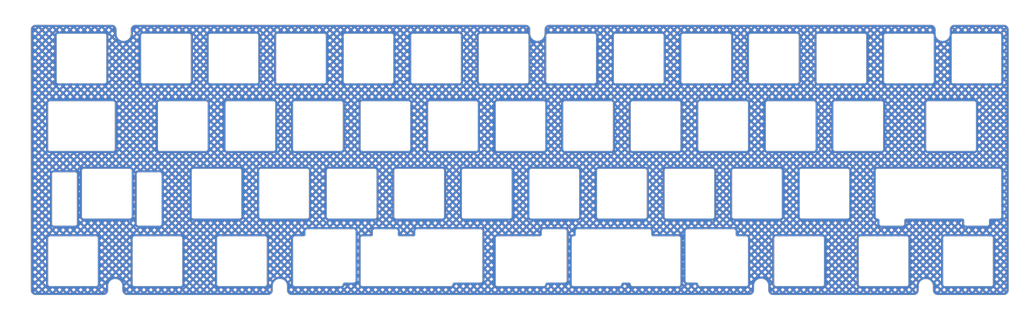
<source format=kicad_pcb>
(kicad_pcb (version 20240108) (generator "pcbnew") (generator_version "8.0")
  (layers (0 "F.Cu" signal) (31 "B.Cu" signal) (34 "B.Paste" user) (35 "F.Paste" user) (36 "B.SilkS" user "B.Silkscreen") (37 "F.SilkS" user "F.Silkscreen") (38 "B.Mask" user) (39 "F.Mask" user) (44 "Edge.Cuts" user))
  (net 0 "")
  (gr_line (start 132.805 114.318) (end 145.805 114.318) (stroke (width 0.1)) (layer "Edge.Cuts"))
  (gr_line (start 108.205 114.818) (end 108.205 127.818) (stroke (width 0.1)) (layer "Edge.Cuts"))
  (gr_line (start 318.0425 108.766) (end 318.0425 95.766) (stroke (width 0.1)) (layer "Edge.Cuts"))
  (gr_line (start 58.3425 94.04) (end 58.3425 167.648) (stroke (width 0.1)) (layer "Edge.Cuts"))
  (gr_arc (start 160.0925 95.266) (mid 160.446053 95.412447) (end 160.5925 95.766) (stroke (width 0.1)) (layer "Edge.Cuts"))
  (gr_line (start 79.63 95.766) (end 79.63 108.766) (stroke (width 0.1)) (layer "Edge.Cuts"))
  (gr_line (start 279.155 128.318) (end 266.155 128.318) (stroke (width 0.1)) (layer "Edge.Cuts"))
  (gr_line (start 202.94825 150.422) (end 208.94825 150.422) (stroke (width 0.1)) (layer "Edge.Cuts"))
  (gr_arc (start 260.605 127.818) (mid 260.458553 128.171553) (end 260.105 128.318) (stroke (width 0.1)) (layer "Edge.Cuts"))
  (gr_arc (start 198.98 133.87) (mid 199.126447 133.516447) (end 199.48 133.37) (stroke (width 0.1)) (layer "Edge.Cuts"))
  (gr_arc (start 89.4425 95.766) (mid 89.588947 95.412447) (end 89.9425 95.266) (stroke (width 0.1)) (layer "Edge.Cuts"))
  (gr_arc (start 279.9425 95.766) (mid 280.088947 95.412447) (end 280.4425 95.266) (stroke (width 0.1)) (layer "Edge.Cuts"))
  (gr_arc (start 189.955 166.422) (mid 189.601447 166.275553) (end 189.455 165.922) (stroke (width 0.1)) (layer "Edge.Cuts"))
  (gr_line (start 314.055 168.948) (end 332.8235 168.948) (stroke (width 0.1)) (layer "Edge.Cuts"))
  (gr_arc (start 170.405 114.818) (mid 170.551447 114.464447) (end 170.905 114.318) (stroke (width 0.1)) (layer "Edge.Cuts"))
  (gr_line (start 202.955 166.422) (end 189.955 166.422) (stroke (width 0.1)) (layer "Edge.Cuts"))
  (gr_arc (start 203.7425 95.766) (mid 203.888947 95.412447) (end 204.2425 95.266) (stroke (width 0.1)) (layer "Edge.Cuts"))
  (gr_line (start 71.33575 134.87) (end 71.33575 148.87) (stroke (width 0.1)) (layer "Edge.Cuts"))
  (gr_line (start 145.805 166.422) (end 132.805 166.422) (stroke (width 0.1)) (layer "Edge.Cuts"))
  (gr_arc (start 151.855 166.422) (mid 151.501447 166.275553) (end 151.355 165.922) (stroke (width 0.1)) (layer "Edge.Cuts"))
  (gr_arc (start 86.526855 94.04) (mid 86.907613 93.120745) (end 87.826855 92.74) (stroke (width 0.1)) (layer "Edge.Cuts"))
  (gr_line (start 88.21175 148.87) (end 88.21175 134.87) (stroke (width 0.1)) (layer "Edge.Cuts"))
  (gr_line (start 209.44825 150.922) (end 209.44825 164.922) (stroke (width 0.1)) (layer "Edge.Cuts"))
  (gr_line (start 210.88625 152.922) (end 210.88625 165.922) (stroke (width 0.1)) (layer "Edge.Cuts"))
  (gr_arc (start 185.19925 150.422) (mid 185.552771 150.568464) (end 185.69925 150.922) (stroke (width 0.1)) (layer "Edge.Cuts"))
  (gr_line (start 160.5925 95.766) (end 160.5925 108.766) (stroke (width 0.1)) (layer "Edge.Cuts"))
  (gr_arc (start 305.84875 165.922) (mid 305.702306 166.275571) (end 305.34875 166.422) (stroke (width 0.1)) (layer "Edge.Cuts"))
  (gr_line (start 193.93 133.87) (end 193.93 146.87) (stroke (width 0.1)) (layer "Edge.Cuts"))
  (gr_line (start 85.455 168.948) (end 125.290492 168.948) (stroke (width 0.1)) (layer "Edge.Cuts"))
  (gr_line (start 82.526855 95.288161) (end 82.526855 94.04) (stroke (width 0.1)) (layer "Edge.Cuts"))
  (gr_arc (start 218.03 133.87) (mid 218.176447 133.516447) (end 218.53 133.37) (stroke (width 0.1)) (layer "Edge.Cuts"))
  (gr_arc (start 87.06125 152.922) (mid 87.207694 152.568429) (end 87.56125 152.422) (stroke (width 0.1)) (layer "Edge.Cuts"))
  (gr_line (start 203.455 114.818) (end 203.455 127.818) (stroke (width 0.1)) (layer "Edge.Cuts"))
  (gr_arc (start 285.205 128.318) (mid 284.851447 128.171553) (end 284.705 127.818) (stroke (width 0.1)) (layer "Edge.Cuts"))
  (gr_line (start 155.83 133.87) (end 155.83 146.87) (stroke (width 0.1)) (layer "Edge.Cuts"))
  (gr_arc (start 87.56125 166.422) (mid 87.207729 166.275536) (end 87.06125 165.922) (stroke (width 0.1)) (layer "Edge.Cuts"))
  (gr_line (start 312.2175 92.74) (end 204.5175 92.74) (stroke (width 0.1)) (layer "Edge.Cuts"))
  (gr_line (start 262.32125 167.648) (end 262.32125 166.346163) (stroke (width 0.1)) (layer "Edge.Cuts"))
  (gr_arc (start 59.6425 168.948) (mid 58.723261 168.567239) (end 58.3425 167.648) (stroke (width 0.1)) (layer "Edge.Cuts"))
  (gr_arc (start 58.3425 94.04) (mid 58.723261 93.120761) (end 59.6425 92.74) (stroke (width 0.1)) (layer "Edge.Cuts"))
  (gr_line (start 260.605 165.922) (end 260.605 152.922) (stroke (width 0.1)) (layer "Edge.Cuts"))
  (gr_arc (start 260.105 152.422) (mid 260.458553 152.568447) (end 260.605 152.922) (stroke (width 0.1)) (layer "Edge.Cuts"))
  (gr_arc (start 189.955 128.318) (mid 189.601447 128.171553) (end 189.455 127.818) (stroke (width 0.1)) (layer "Edge.Cuts"))
  (gr_arc (start 146.5925 95.766) (mid 146.738947 95.412447) (end 147.0925 95.266) (stroke (width 0.1)) (layer "Edge.Cuts"))
  (gr_line (start 135.805 151.922) (end 135.805 150.922) (stroke (width 0.1)) (layer "Edge.Cuts"))
  (gr_arc (start 274.3925 95.266) (mid 274.746053 95.412447) (end 274.8925 95.766) (stroke (width 0.1)) (layer "Edge.Cuts"))
  (gr_line (start 124.87375 152.922) (end 124.87375 165.922) (stroke (width 0.1)) (layer "Edge.Cuts"))
  (gr_arc (start 292.34875 166.422) (mid 291.995229 166.275536) (end 291.84875 165.922) (stroke (width 0.1)) (layer "Edge.Cuts"))
  (gr_arc (start 154.82325 150.922) (mid 154.969694 150.568429) (end 155.32325 150.422) (stroke (width 0.1)) (layer "Edge.Cuts"))
  (gr_line (start 268.53625 152.422) (end 281.53625 152.422) (stroke (width 0.1)) (layer "Edge.Cuts"))
  (gr_arc (start 199.48 147.37) (mid 199.126447 147.223553) (end 198.98 146.87) (stroke (width 0.1)) (layer "Edge.Cuts"))
  (gr_line (start 242.3425 95.266) (end 255.3425 95.266) (stroke (width 0.1)) (layer "Edge.Cuts"))
  (gr_arc (start 265.655 114.818) (mid 265.801447 114.464447) (end 266.155 114.318) (stroke (width 0.1)) (layer "Edge.Cuts"))
  (gr_arc (start 103.4425 108.766) (mid 103.296053 109.119553) (end 102.9425 109.266) (stroke (width 0.1)) (layer "Edge.Cuts"))
  (gr_line (start 179.1425 109.266) (end 166.1425 109.266) (stroke (width 0.1)) (layer "Edge.Cuts"))
  (gr_arc (start 288.68 133.37) (mid 289.033553 133.516447) (end 289.18 133.87) (stroke (width 0.1)) (layer "Edge.Cuts"))
  (gr_arc (start 141.0425 95.266) (mid 141.396053 95.412447) (end 141.5425 95.766) (stroke (width 0.1)) (layer "Edge.Cuts"))
  (gr_arc (start 81.51125 114.318) (mid 81.864771 114.464464) (end 82.01125 114.818) (stroke (width 0.1)) (layer "Edge.Cuts"))
  (gr_arc (start 289.18 146.87) (mid 289.033553 147.223553) (end 288.68 147.37) (stroke (width 0.1)) (layer "Edge.Cuts"))
  (gr_arc (start 237.58 147.37) (mid 237.226447 147.223553) (end 237.08 146.87) (stroke (width 0.1)) (layer "Edge.Cuts"))
  (gr_line (start 261.3925 95.266) (end 274.3925 95.266) (stroke (width 0.1)) (layer "Edge.Cuts"))
  (gr_arc (start 135.805 150.922) (mid 135.951447 150.568447) (end 136.305 150.422) (stroke (width 0.1)) (layer "Edge.Cuts"))
  (gr_line (start 260.605 114.818) (end 260.605 127.818) (stroke (width 0.1)) (layer "Edge.Cuts"))
  (gr_arc (start 136.28 133.37) (mid 136.633553 133.516447) (end 136.78 133.87) (stroke (width 0.1)) (layer "Edge.Cuts"))
  (gr_line (start 334.1235 167.648) (end 334.1235 94.04) (stroke (width 0.1)) (layer "Edge.Cuts"))
  (gr_line (start 236.7925 95.766) (end 236.7925 108.766) (stroke (width 0.1)) (layer "Edge.Cuts"))
  (gr_arc (start 174.88 146.87) (mid 174.733553 147.223553) (end 174.38 147.37) (stroke (width 0.1)) (layer "Edge.Cuts"))
  (gr_arc (start 179.6425 108.766) (mid 179.496053 109.119553) (end 179.1425 109.266) (stroke (width 0.1)) (layer "Edge.Cuts"))
  (gr_line (start 126.59049 167.646154) (end 126.588752 166.422) (stroke (width 0.1)) (layer "Edge.Cuts"))
  (gr_arc (start 305.34875 152.422) (mid 305.702271 152.568464) (end 305.84875 152.922) (stroke (width 0.1)) (layer "Edge.Cuts"))
  (gr_arc (start 136.78 146.87) (mid 136.633553 147.223553) (end 136.28 147.37) (stroke (width 0.1)) (layer "Edge.Cuts"))
  (gr_line (start 87.56125 152.422) (end 100.56125 152.422) (stroke (width 0.1)) (layer "Edge.Cuts"))
  (gr_line (start 247.105 114.318) (end 260.105 114.318) (stroke (width 0.1)) (layer "Edge.Cuts"))
  (gr_line (start 124.37375 166.422) (end 111.37375 166.422) (stroke (width 0.1)) (layer "Edge.Cuts"))
  (gr_arc (start 183.905 114.318) (mid 184.258553 114.464447) (end 184.405 114.818) (stroke (width 0.1)) (layer "Edge.Cuts"))
  (gr_line (start 305.84875 152.922) (end 305.84875 165.922) (stroke (width 0.1)) (layer "Edge.Cuts"))
  (gr_arc (start 170.905 128.318) (mid 170.551447 128.171553) (end 170.405 127.818) (stroke (width 0.1)) (layer "Edge.Cuts"))
  (gr_arc (start 189.455 114.818) (mid 189.601447 114.464447) (end 189.955 114.318) (stroke (width 0.1)) (layer "Edge.Cuts"))
  (gr_arc (start 85.455 168.948) (mid 84.535761 168.567239) (end 84.155 167.648) (stroke (width 0.1)) (layer "Edge.Cuts"))
  (gr_arc (start 100.56125 152.422) (mid 100.914771 152.568464) (end 101.06125 152.922) (stroke (width 0.1)) (layer "Edge.Cuts"))
  (gr_arc (start 126.59049 167.646154) (mid 126.210382 168.566583) (end 125.290492 168.948) (stroke (width 0.1)) (layer "Edge.Cuts"))
  (gr_arc (start 117.73 146.87) (mid 117.583553 147.223553) (end 117.23 147.37) (stroke (width 0.1)) (layer "Edge.Cuts"))
  (gr_arc (start 203.2175 94.04) (mid 203.598261 93.120761) (end 204.5175 92.74) (stroke (width 0.1)) (layer "Edge.Cuts"))
  (gr_arc (start 80.155 167.648) (mid 79.774239 168.567239) (end 78.855 168.948) (stroke (width 0.1)) (layer "Edge.Cuts"))
  (gr_line (start 185.19925 165.422) (end 177.76125 165.422) (stroke (width 0.1)) (layer "Edge.Cuts"))
  (gr_line (start 117.23 147.37) (end 104.23 147.37) (stroke (width 0.1)) (layer "Edge.Cuts"))
  (gr_arc (start 316.16125 166.422) (mid 315.807729 166.275536) (end 315.66125 165.922) (stroke (width 0.1)) (layer "Edge.Cuts"))
  (gr_line (start 329.66125 152.922) (end 329.66125 165.922) (stroke (width 0.1)) (layer "Edge.Cuts"))
  (gr_arc (start 236.2925 95.266) (mid 236.646053 95.412447) (end 236.7925 95.766) (stroke (width 0.1)) (layer "Edge.Cuts"))
  (gr_arc (start 185.1925 109.266) (mid 184.838947 109.119553) (end 184.6925 108.766) (stroke (width 0.1)) (layer "Edge.Cuts"))
  (gr_line (start 228.055 114.318) (end 241.055 114.318) (stroke (width 0.1)) (layer "Edge.Cuts"))
  (gr_line (start 160.88 146.87) (end 160.88 133.87) (stroke (width 0.1)) (layer "Edge.Cuts"))
  (gr_line (start 189.455 165.922) (end 189.455 152.922) (stroke (width 0.1)) (layer "Edge.Cuts"))
  (gr_arc (start 94.71175 134.37) (mid 95.065271 134.516464) (end 95.21175 134.87) (stroke (width 0.1)) (layer "Edge.Cuts"))
  (gr_line (start 243.493 165.422) (end 246.105 165.422) (stroke (width 0.1)) (layer "Edge.Cuts"))
  (gr_arc (start 203.455 127.818) (mid 203.308553 128.171553) (end 202.955 128.318) (stroke (width 0.1)) (layer "Edge.Cuts"))
  (gr_line (start 317.5175 94.04) (end 317.5175 95.288161) (stroke (width 0.1)) (layer "Edge.Cuts"))
  (gr_arc (start 217.7425 108.766) (mid 217.596053 109.119553) (end 217.2425 109.266) (stroke (width 0.1)) (layer "Edge.Cuts"))
  (gr_arc (start 268.03625 152.922) (mid 268.182694 152.568429) (end 268.53625 152.422) (stroke (width 0.1)) (layer "Edge.Cuts"))
  (gr_arc (start 224.88625 165.922) (mid 225.032694 165.568429) (end 225.38625 165.422) (stroke (width 0.1)) (layer "Edge.Cuts"))
  (gr_arc (start 251.08 146.87) (mid 250.933553 147.223553) (end 250.58 147.37) (stroke (width 0.1)) (layer "Edge.Cuts"))
  (gr_line (start 274.3925 109.266) (end 261.3925 109.266) (stroke (width 0.1)) (layer "Edge.Cuts"))
  (gr_arc (start 255.8425 108.766) (mid 255.696053 109.119553) (end 255.3425 109.266) (stroke (width 0.1)) (layer "Edge.Cuts"))
  (gr_arc (start 275.18 133.87) (mid 275.326447 133.516447) (end 275.68 133.37) (stroke (width 0.1)) (layer "Edge.Cuts"))
  (gr_arc (start 185.69925 164.922) (mid 185.552806 165.275571) (end 185.19925 165.422) (stroke (width 0.1)) (layer "Edge.Cuts"))
  (gr_arc (start 146.305 165.922) (mid 146.451447 165.568447) (end 146.805 165.422) (stroke (width 0.1)) (layer "Edge.Cuts"))
  (gr_line (start 170.905 114.318) (end 183.905 114.318) (stroke (width 0.1)) (layer "Edge.Cuts"))
  (gr_arc (start 104.23 147.37) (mid 103.876447 147.223553) (end 103.73 146.87) (stroke (width 0.1)) (layer "Edge.Cuts"))
  (gr_arc (start 246.105 165.422) (mid 246.458553 165.568447) (end 246.605 165.922) (stroke (width 0.1)) (layer "Edge.Cuts"))
  (gr_arc (start 275.68 147.37) (mid 275.326447 147.223553) (end 275.18 146.87) (stroke (width 0.1)) (layer "Edge.Cuts"))
  (gr_line (start 255.3425 109.266) (end 242.3425 109.266) (stroke (width 0.1)) (layer "Edge.Cuts"))
  (gr_arc (start 332.8235 92.74) (mid 333.742739 93.120761) (end 334.1235 94.04) (stroke (width 0.1)) (layer "Edge.Cuts"))
  (gr_line (start 151.855 114.318) (end 164.855 114.318) (stroke (width 0.1)) (layer "Edge.Cuts"))
  (gr_line (start 102.9425 109.266) (end 89.9425 109.266) (stroke (width 0.1)) (layer "Edge.Cuts"))
  (gr_arc (start 193.93 146.87) (mid 193.783553 147.223553) (end 193.43 147.37) (stroke (width 0.1)) (layer "Edge.Cuts"))
  (gr_arc (start 298.19825 149.37) (mid 297.844729 149.223536) (end 297.69825 148.87) (stroke (width 0.1)) (layer "Edge.Cuts"))
  (gr_arc (start 177.26125 165.922) (mid 177.114806 166.275571) (end 176.76125 166.422) (stroke (width 0.1)) (layer "Edge.Cuts"))
  (gr_line (start 185.1925 95.266) (end 198.1925 95.266) (stroke (width 0.1)) (layer "Edge.Cuts"))
  (gr_arc (start 262.32125 166.346163) (mid 264.32125 164.346163) (end 266.32125 166.346163) (stroke (width 0.1)) (layer "Edge.Cuts"))
  (gr_arc (start 232.03 146.87) (mid 231.883553 147.223553) (end 231.53 147.37) (stroke (width 0.1)) (layer "Edge.Cuts"))
  (gr_arc (start 329.66125 165.922) (mid 329.514806 166.275571) (end 329.16125 166.422) (stroke (width 0.1)) (layer "Edge.Cuts"))
  (gr_line (start 151.855 152.422) (end 154.32325 152.422) (stroke (width 0.1)) (layer "Edge.Cuts"))
  (gr_arc (start 127.255 127.818) (mid 127.108553 128.171553) (end 126.755 128.318) (stroke (width 0.1)) (layer "Edge.Cuts"))
  (gr_arc (start 103.73 133.87) (mid 103.876447 133.516447) (end 104.23 133.37) (stroke (width 0.1)) (layer "Edge.Cuts"))
  (gr_arc (start 328.57425 148.87) (mid 328.427806 149.223571) (end 328.07425 149.37) (stroke (width 0.1)) (layer "Edge.Cuts"))
  (gr_line (start 64.33575 148.87) (end 64.33575 134.87) (stroke (width 0.1)) (layer "Edge.Cuts"))
  (gr_arc (start 102.9425 95.266) (mid 103.296053 95.412447) (end 103.4425 95.766) (stroke (width 0.1)) (layer "Edge.Cuts"))
  (gr_line (start 95.21175 134.87) (end 95.21175 148.87) (stroke (width 0.1)) (layer "Edge.Cuts"))
  (gr_line (start 136.78 133.87) (end 136.78 146.87) (stroke (width 0.1)) (layer "Edge.Cuts"))
  (gr_line (start 328.07425 149.37) (end 322.07425 149.37) (stroke (width 0.1)) (layer "Edge.Cuts"))
  (gr_line (start 63.74875 114.318) (end 81.51125 114.318) (stroke (width 0.1)) (layer "Edge.Cuts"))
  (gr_line (start 217.2425 109.266) (end 204.2425 109.266) (stroke (width 0.1)) (layer "Edge.Cuts"))
  (gr_arc (start 332.0425 108.766) (mid 331.896053 109.119553) (end 331.5425 109.266) (stroke (width 0.1)) (layer "Edge.Cuts"))
  (gr_arc (start 218.53 147.37) (mid 218.176447 147.223553) (end 218.03 146.87) (stroke (width 0.1)) (layer "Edge.Cuts"))
  (gr_arc (start 246.605 114.818) (mid 246.751447 114.464447) (end 247.105 114.318) (stroke (width 0.1)) (layer "Edge.Cuts"))
  (gr_arc (start 73.27375 147.37) (mid 72.920229 147.223536) (end 72.77375 146.87) (stroke (width 0.1)) (layer "Edge.Cuts"))
  (gr_line (start 198.1925 109.266) (end 185.1925 109.266) (stroke (width 0.1)) (layer "Edge.Cuts"))
  (gr_line (start 127.255 114.818) (end 127.255 127.818) (stroke (width 0.1)) (layer "Edge.Cuts"))
  (gr_arc (start 284.705 114.818) (mid 284.851447 114.464447) (end 285.205 114.318) (stroke (width 0.1)) (layer "Edge.Cuts"))
  (gr_line (start 237.08 146.87) (end 237.08 133.87) (stroke (width 0.1)) (layer "Edge.Cuts"))
  (gr_arc (start 208.94825 150.422) (mid 209.301771 150.568464) (end 209.44825 150.922) (stroke (width 0.1)) (layer "Edge.Cuts"))
  (gr_arc (start 256.13 133.87) (mid 256.276447 133.516447) (end 256.63 133.37) (stroke (width 0.1)) (layer "Edge.Cuts"))
  (gr_line (start 131.887008 168.948) (end 261.02125 168.948) (stroke (width 0.1)) (layer "Edge.Cuts"))
  (gr_line (start 162.32325 152.422) (end 166.293 152.422) (stroke (width 0.1)) (layer "Edge.Cuts"))
  (gr_line (start 108.4925 108.766) (end 108.4925 95.766) (stroke (width 0.1)) (layer "Edge.Cuts"))
  (gr_arc (start 270.13 146.87) (mid 269.983553 147.223553) (end 269.63 147.37) (stroke (width 0.1)) (layer "Edge.Cuts"))
  (gr_arc (start 151.355 152.922) (mid 151.501447 152.568447) (end 151.855 152.422) (stroke (width 0.1)) (layer "Edge.Cuts"))
  (gr_line (start 279.9425 108.766) (end 279.9425 95.766) (stroke (width 0.1)) (layer "Edge.Cuts"))
  (gr_line (start 63.24875 127.818) (end 63.24875 114.818) (stroke (width 0.1)) (layer "Edge.Cuts"))
  (gr_line (start 155.32325 150.422) (end 161.32325 150.422) (stroke (width 0.1)) (layer "Edge.Cuts"))
  (gr_line (start 256.605 150.422) (end 243.493 150.422) (stroke (width 0.1)) (layer "Edge.Cuts"))
  (gr_arc (start 328.57425 147.87) (mid 328.720694 147.516429) (end 329.07425 147.37) (stroke (width 0.1)) (layer "Edge.Cuts"))
  (gr_arc (start 227.555 114.818) (mid 227.701447 114.464447) (end 228.055 114.318) (stroke (width 0.1)) (layer "Edge.Cuts"))
  (gr_line (start 141.83 146.87) (end 141.83 133.87) (stroke (width 0.1)) (layer "Edge.Cuts"))
  (gr_line (start 161.82325 150.922) (end 161.82325 151.922) (stroke (width 0.1)) (layer "Edge.Cuts"))
  (gr_arc (start 131.887008 168.948) (mid 130.967112 168.566589) (end 130.58701 167.646154) (stroke (width 0.1)) (layer "Edge.Cuts"))
  (gr_line (start 266.32125 166.346163) (end 266.32125 167.648) (stroke (width 0.1)) (layer "Edge.Cuts"))
  (gr_line (start 127.5425 108.766) (end 127.5425 95.766) (stroke (width 0.1)) (layer "Edge.Cuts"))
  (gr_line (start 297.11125 133.37) (end 331.5425 133.37) (stroke (width 0.1)) (layer "Edge.Cuts"))
  (gr_line (start 292.34875 152.422) (end 305.34875 152.422) (stroke (width 0.1)) (layer "Edge.Cuts"))
  (gr_arc (start 312.2175 92.74) (mid 313.136739 93.120761) (end 313.5175 94.04) (stroke (width 0.1)) (layer "Edge.Cuts"))
  (gr_line (start 59.6425 168.948) (end 78.855 168.948) (stroke (width 0.1)) (layer "Edge.Cuts"))
  (gr_arc (start 65.63 95.766) (mid 65.776447 95.412447) (end 66.13 95.266) (stroke (width 0.1)) (layer "Edge.Cuts"))
  (gr_line (start 228.055 166.422) (end 241.055 166.422) (stroke (width 0.1)) (layer "Edge.Cuts"))
  (gr_arc (start 334.1235 167.648) (mid 333.742739 168.567239) (end 332.8235 168.948) (stroke (width 0.1)) (layer "Edge.Cuts"))
  (gr_arc (start 299.4925 109.266) (mid 299.138947 109.119553) (end 298.9925 108.766) (stroke (width 0.1)) (layer "Edge.Cuts"))
  (gr_arc (start 241.555 165.922) (mid 241.408553 166.275553) (end 241.055 166.422) (stroke (width 0.1)) (layer "Edge.Cuts"))
  (gr_line (start 316.16125 152.422) (end 329.16125 152.422) (stroke (width 0.1)) (layer "Edge.Cuts"))
  (gr_line (start 197.9175 92.74) (end 87.826855 92.74) (stroke (width 0.1)) (layer "Edge.Cuts"))
  (gr_line (start 179.6425 95.766) (end 179.6425 108.766) (stroke (width 0.1)) (layer "Edge.Cuts"))
  (gr_arc (start 126.755 114.318) (mid 127.108553 114.464447) (end 127.255 114.818) (stroke (width 0.1)) (layer "Edge.Cuts"))
  (gr_arc (start 297.11125 147.37) (mid 296.757729 147.223536) (end 296.61125 146.87) (stroke (width 0.1)) (layer "Edge.Cuts"))
  (gr_line (start 297.69825 148.87) (end 297.69825 147.87) (stroke (width 0.1)) (layer "Edge.Cuts"))
  (gr_line (start 208.94825 165.422) (end 203.955 165.422) (stroke (width 0.1)) (layer "Edge.Cuts"))
  (gr_arc (start 147.0925 109.266) (mid 146.738947 109.119553) (end 146.5925 108.766) (stroke (width 0.1)) (layer "Edge.Cuts"))
  (gr_line (start 184.405 114.818) (end 184.405 127.818) (stroke (width 0.1)) (layer "Edge.Cuts"))
  (gr_line (start 280.4425 95.266) (end 293.4425 95.266) (stroke (width 0.1)) (layer "Edge.Cuts"))
  (gr_line (start 269.63 147.37) (end 256.63 147.37) (stroke (width 0.1)) (layer "Edge.Cuts"))
  (gr_arc (start 291.84875 152.922) (mid 291.995194 152.568429) (end 292.34875 152.422) (stroke (width 0.1)) (layer "Edge.Cuts"))
  (gr_line (start 199.48 133.37) (end 212.48 133.37) (stroke (width 0.1)) (layer "Edge.Cuts"))
  (gr_line (start 279.655 114.818) (end 279.655 127.818) (stroke (width 0.1)) (layer "Edge.Cuts"))
  (gr_arc (start 228.055 128.318) (mid 227.701447 128.171553) (end 227.555 127.818) (stroke (width 0.1)) (layer "Edge.Cuts"))
  (gr_arc (start 329.16125 152.422) (mid 329.514771 152.568464) (end 329.66125 152.922) (stroke (width 0.1)) (layer "Edge.Cuts"))
  (gr_line (start 298.9925 108.766) (end 298.9925 95.766) (stroke (width 0.1)) (layer "Edge.Cuts"))
  (gr_arc (start 180.43 147.37) (mid 180.076447 147.223553) (end 179.93 146.87) (stroke (width 0.1)) (layer "Edge.Cuts"))
  (gr_arc (start 318.5425 109.266) (mid 318.188947 109.119553) (end 318.0425 108.766) (stroke (width 0.1)) (layer "Edge.Cuts"))
  (gr_arc (start 298.705 127.818) (mid 298.558553 128.171553) (end 298.205 128.318) (stroke (width 0.1)) (layer "Edge.Cuts"))
  (gr_arc (start 212.98 146.87) (mid 212.833553 147.223553) (end 212.48 147.37) (stroke (width 0.1)) (layer "Edge.Cuts"))
  (gr_line (start 308.755 167.648) (end 308.755 166.446158) (stroke (width 0.1)) (layer "Edge.Cuts"))
  (gr_arc (start 279.655 127.818) (mid 279.508553 128.171553) (end 279.155 128.318) (stroke (width 0.1)) (layer "Edge.Cuts"))
  (gr_arc (start 145.805 114.318) (mid 146.158553 114.464447) (end 146.305 114.818) (stroke (width 0.1)) (layer "Edge.Cuts"))
  (gr_arc (start 318.0425 95.766) (mid 318.188947 95.412447) (end 318.5425 95.266) (stroke (width 0.1)) (layer "Edge.Cuts"))
  (gr_line (start 241.055 152.422) (end 233.82425 152.422) (stroke (width 0.1)) (layer "Edge.Cuts"))
  (gr_arc (start 237.08 133.87) (mid 237.226447 133.516447) (end 237.58 133.37) (stroke (width 0.1)) (layer "Edge.Cuts"))
  (gr_arc (start 86.526855 95.288161) (mid 84.526855 97.288161) (end 82.526855 95.288161) (stroke (width 0.1)) (layer "Edge.Cuts"))
  (gr_line (start 179.93 146.87) (end 179.93 133.87) (stroke (width 0.1)) (layer "Edge.Cuts"))
  (gr_line (start 324.89875 114.818) (end 324.89875 127.818) (stroke (width 0.1)) (layer "Edge.Cuts"))
  (gr_arc (start 122.78 133.87) (mid 122.926447 133.516447) (end 123.28 133.37) (stroke (width 0.1)) (layer "Edge.Cuts"))
  (gr_arc (start 210.88625 152.922) (mid 211.032694 152.568429) (end 211.38625 152.422) (stroke (width 0.1)) (layer "Edge.Cuts"))
  (gr_arc (start 236.7925 108.766) (mid 236.646053 109.119553) (end 236.2925 109.266) (stroke (width 0.1)) (layer "Edge.Cuts"))
  (gr_arc (start 95.21175 148.87) (mid 95.065306 149.223571) (end 94.71175 149.37) (stroke (width 0.1)) (layer "Edge.Cuts"))
  (gr_line (start 126.755 128.318) (end 113.755 128.318) (stroke (width 0.1)) (layer "Edge.Cuts"))
  (gr_line (start 296.61125 146.87) (end 296.61125 133.87) (stroke (width 0.1)) (layer "Edge.Cuts"))
  (gr_line (start 222.7925 108.766) (end 222.7925 95.766) (stroke (width 0.1)) (layer "Edge.Cuts"))
  (gr_line (start 256.13 146.87) (end 256.13 133.87) (stroke (width 0.1)) (layer "Edge.Cuts"))
  (gr_line (start 87.06125 165.922) (end 87.06125 152.922) (stroke (width 0.1)) (layer "Edge.Cuts"))
  (gr_arc (start 204.2425 109.266) (mid 203.888947 109.119553) (end 203.7425 108.766) (stroke (width 0.1)) (layer "Edge.Cuts"))
  (gr_line (start 266.155 114.318) (end 279.155 114.318) (stroke (width 0.1)) (layer "Edge.Cuts"))
  (gr_arc (start 76.74875 152.422) (mid 77.102271 152.568464) (end 77.24875 152.922) (stroke (width 0.1)) (layer "Edge.Cuts"))
  (gr_line (start 145.805 128.318) (end 132.805 128.318) (stroke (width 0.1)) (layer "Edge.Cuts"))
  (gr_arc (start 94.205 114.818) (mid 94.351447 114.464447) (end 94.705 114.318) (stroke (width 0.1)) (layer "Edge.Cuts"))
  (gr_line (start 211.505 152.422) (end 211.38625 152.422) (stroke (width 0.1)) (layer "Edge.Cuts"))
  (gr_arc (start 242.3425 109.266) (mid 241.988947 109.119553) (end 241.8425 108.766) (stroke (width 0.1)) (layer "Edge.Cuts"))
  (gr_line (start 241.055 128.318) (end 228.055 128.318) (stroke (width 0.1)) (layer "Edge.Cuts"))
  (gr_line (start 136.305 150.422) (end 149.417 150.422) (stroke (width 0.1)) (layer "Edge.Cuts"))
  (gr_line (start 189.955 114.318) (end 202.955 114.318) (stroke (width 0.1)) (layer "Edge.Cuts"))
  (gr_arc (start 113.755 128.318) (mid 113.401447 128.171553) (end 113.255 127.818) (stroke (width 0.1)) (layer "Edge.Cuts"))
  (gr_line (start 281.53625 166.422) (end 268.53625 166.422) (stroke (width 0.1)) (layer "Edge.Cuts"))
  (gr_arc (start 297.19825 147.37) (mid 297.551771 147.516464) (end 297.69825 147.87) (stroke (width 0.1)) (layer "Edge.Cuts"))
  (gr_line (start 212.98 133.87) (end 212.98 146.87) (stroke (width 0.1)) (layer "Edge.Cuts"))
  (gr_line (start 270.13 133.87) (end 270.13 146.87) (stroke (width 0.1)) (layer "Edge.Cuts"))
  (gr_arc (start 228.055 166.422) (mid 227.701447 166.275553) (end 227.555 165.922) (stroke (width 0.1)) (layer "Edge.Cuts"))
  (gr_arc (start 70.83575 134.37) (mid 71.189271 134.516464) (end 71.33575 134.87) (stroke (width 0.1)) (layer "Edge.Cuts"))
  (gr_line (start 174.38 147.37) (end 161.38 147.37) (stroke (width 0.1)) (layer "Edge.Cuts"))
  (gr_arc (start 222.005 114.318) (mid 222.358553 114.464447) (end 222.505 114.818) (stroke (width 0.1)) (layer "Edge.Cuts"))
  (gr_arc (start 89.9425 109.266) (mid 89.588947 109.119553) (end 89.4425 108.766) (stroke (width 0.1)) (layer "Edge.Cuts"))
  (gr_line (start 255.8425 95.766) (end 255.8425 108.766) (stroke (width 0.1)) (layer "Edge.Cuts"))
  (gr_line (start 88.71175 134.37) (end 94.71175 134.37) (stroke (width 0.1)) (layer "Edge.Cuts"))
  (gr_line (start 260.105 152.422) (end 257.605 152.422) (stroke (width 0.1)) (layer "Edge.Cuts"))
  (gr_line (start 77.24875 152.922) (end 77.24875 165.922) (stroke (width 0.1)) (layer "Edge.Cuts"))
  (gr_arc (start 63.74875 166.422) (mid 63.395197 166.275553) (end 63.24875 165.922) (stroke (width 0.1)) (layer "Edge.Cuts"))
  (gr_arc (start 179.1425 95.266) (mid 179.496053 95.412447) (end 179.6425 95.766) (stroke (width 0.1)) (layer "Edge.Cuts"))
  (gr_line (start 79.13 109.266) (end 66.13 109.266) (stroke (width 0.1)) (layer "Edge.Cuts"))
  (gr_line (start 63.24875 165.922) (end 63.24875 152.922) (stroke (width 0.1)) (layer "Edge.Cuts"))
  (gr_line (start 332.0425 133.87) (end 332.0425 146.87) (stroke (width 0.1)) (layer "Edge.Cuts"))
  (gr_line (start 289.18 133.87) (end 289.18 146.87) (stroke (width 0.1)) (layer "Edge.Cuts"))
  (gr_line (start 151.355 127.818) (end 151.355 114.818) (stroke (width 0.1)) (layer "Edge.Cuts"))
  (gr_arc (start 331.5425 95.266) (mid 331.896053 95.412447) (end 332.0425 95.766) (stroke (width 0.1)) (layer "Edge.Cuts"))
  (gr_arc (start 111.37375 166.422) (mid 111.020229 166.275536) (end 110.87375 165.922) (stroke (width 0.1)) (layer "Edge.Cuts"))
  (gr_arc (start 66.13 109.266) (mid 65.776447 109.119553) (end 65.63 108.766) (stroke (width 0.1)) (layer "Edge.Cuts"))
  (gr_arc (start 256.605 150.422) (mid 256.958553 150.568447) (end 257.105 150.922) (stroke (width 0.1)) (layer "Edge.Cuts"))
  (gr_arc (start 64.83575 149.37) (mid 64.482197 149.223553) (end 64.33575 148.87) (stroke (width 0.1)) (layer "Edge.Cuts"))
  (gr_arc (start 189.455 152.922) (mid 189.601447 152.568447) (end 189.955 152.422) (stroke (width 0.1)) (layer "Edge.Cuts"))
  (gr_line (start 147.0925 95.266) (end 160.0925 95.266) (stroke (width 0.1)) (layer "Edge.Cuts"))
  (gr_line (start 268.03625 165.922) (end 268.03625 152.922) (stroke (width 0.1)) (layer "Edge.Cuts"))
  (gr_line (start 304.69825 147.87) (end 304.69825 148.87) (stroke (width 0.1)) (layer "Edge.Cuts"))
  (gr_arc (start 267.62125 168.948) (mid 266.701979 168.567256) (end 266.32125 167.648) (stroke (width 0.1)) (layer "Edge.Cuts"))
  (gr_line (start 202.44825 151.922) (end 202.44825 150.922) (stroke (width 0.1)) (layer "Edge.Cuts"))
  (gr_arc (start 113.255 114.818) (mid 113.401447 114.464447) (end 113.755 114.318) (stroke (width 0.1)) (layer "Edge.Cuts"))
  (gr_arc (start 324.89875 127.818) (mid 324.752306 128.171571) (end 324.39875 128.318) (stroke (width 0.1)) (layer "Edge.Cuts"))
  (gr_arc (start 296.61125 133.87) (mid 296.757694 133.516429) (end 297.11125 133.37) (stroke (width 0.1)) (layer "Edge.Cuts"))
  (gr_line (start 305.34875 166.422) (end 292.34875 166.422) (stroke (width 0.1)) (layer "Edge.Cuts"))
  (gr_line (start 86.526855 94.04) (end 86.526855 95.288161) (stroke (width 0.1)) (layer "Edge.Cuts"))
  (gr_arc (start 108.4925 95.766) (mid 108.638947 95.412447) (end 108.9925 95.266) (stroke (width 0.1)) (layer "Edge.Cuts"))
  (gr_line (start 260.8925 108.766) (end 260.8925 95.766) (stroke (width 0.1)) (layer "Edge.Cuts"))
  (gr_arc (start 304.69825 147.87) (mid 304.844694 147.516429) (end 305.19825 147.37) (stroke (width 0.1)) (layer "Edge.Cuts"))
  (gr_line (start 151.355 165.922) (end 151.355 152.922) (stroke (width 0.1)) (layer "Edge.Cuts"))
  (gr_line (start 170.405 127.818) (end 170.405 114.818) (stroke (width 0.1)) (layer "Edge.Cuts"))
  (gr_arc (start 266.155 128.318) (mid 265.801447 128.171553) (end 265.655 127.818) (stroke (width 0.1)) (layer "Edge.Cuts"))
  (gr_arc (start 208.505 114.818) (mid 208.651447 114.464447) (end 209.005 114.318) (stroke (width 0.1)) (layer "Edge.Cuts"))
  (gr_arc (start 108.205 127.818) (mid 108.058553 128.171553) (end 107.705 128.318) (stroke (width 0.1)) (layer "Edge.Cuts"))
  (gr_line (start 132.805 152.422) (end 135.305 152.422) (stroke (width 0.1)) (layer "Edge.Cuts"))
  (gr_arc (start 127.5425 95.766) (mid 127.688947 95.412447) (end 128.0425 95.266) (stroke (width 0.1)) (layer "Edge.Cuts"))
  (gr_line (start 81.226855 92.74) (end 59.6425 92.74) (stroke (width 0.1)) (layer "Edge.Cuts"))
  (gr_arc (start 162.32325 152.422) (mid 161.969729 152.275536) (end 161.82325 151.922) (stroke (width 0.1)) (layer "Edge.Cuts"))
  (gr_arc (start 82.01125 127.818) (mid 81.864806 128.171571) (end 81.51125 128.318) (stroke (width 0.1)) (layer "Edge.Cuts"))
  (gr_line (start 160.0925 109.266) (end 147.0925 109.266) (stroke (width 0.1)) (layer "Edge.Cuts"))
  (gr_arc (start 223.2925 109.266) (mid 222.938947 109.119553) (end 222.7925 108.766) (stroke (width 0.1)) (layer "Edge.Cuts"))
  (gr_arc (start 63.74875 128.318) (mid 63.395197 128.171553) (end 63.24875 127.818) (stroke (width 0.1)) (layer "Edge.Cuts"))
  (gr_arc (start 241.055 114.318) (mid 241.408553 114.464447) (end 241.555 114.818) (stroke (width 0.1)) (layer "Edge.Cuts"))
  (gr_line (start 132.305 165.922) (end 132.305 152.922) (stroke (width 0.1)) (layer "Edge.Cuts"))
  (gr_line (start 94.71175 149.37) (end 88.71175 149.37) (stroke (width 0.1)) (layer "Edge.Cuts"))
  (gr_line (start 204.2425 95.266) (end 217.2425 95.266) (stroke (width 0.1)) (layer "Edge.Cuts"))
  (gr_arc (start 256.63 147.37) (mid 256.276447 147.223553) (end 256.13 146.87) (stroke (width 0.1)) (layer "Edge.Cuts"))
  (gr_line (start 304.19825 149.37) (end 298.19825 149.37) (stroke (width 0.1)) (layer "Edge.Cuts"))
  (gr_arc (start 274.8925 108.766) (mid 274.746053 109.119553) (end 274.3925 109.266) (stroke (width 0.1)) (layer "Edge.Cuts"))
  (gr_arc (start 71.33575 148.87) (mid 71.189306 149.223571) (end 70.83575 149.37) (stroke (width 0.1)) (layer "Edge.Cuts"))
  (gr_arc (start 261.3925 109.266) (mid 261.038947 109.119553) (end 260.8925 108.766) (stroke (width 0.1)) (layer "Edge.Cuts"))
  (gr_line (start 321.57425 148.87) (end 321.57425 147.87) (stroke (width 0.1)) (layer "Edge.Cuts"))
  (gr_arc (start 317.5175 95.288161) (mid 315.5175 97.288161) (end 313.5175 95.288161) (stroke (width 0.1)) (layer "Edge.Cuts"))
  (gr_arc (start 260.8925 95.766) (mid 261.038947 95.412447) (end 261.3925 95.266) (stroke (width 0.1)) (layer "Edge.Cuts"))
  (gr_line (start 332.8235 92.74) (end 318.8175 92.74) (stroke (width 0.1)) (layer "Edge.Cuts"))
  (gr_line (start 236.2925 109.266) (end 223.2925 109.266) (stroke (width 0.1)) (layer "Edge.Cuts"))
  (gr_line (start 222.005 128.318) (end 209.005 128.318) (stroke (width 0.1)) (layer "Edge.Cuts"))
  (gr_line (start 149.917 150.922) (end 149.917 164.922) (stroke (width 0.1)) (layer "Edge.Cuts"))
  (gr_line (start 246.605 127.818) (end 246.605 114.818) (stroke (width 0.1)) (layer "Edge.Cuts"))
  (gr_arc (start 117.23 133.37) (mid 117.583553 133.516447) (end 117.73 133.87) (stroke (width 0.1)) (layer "Edge.Cuts"))
  (gr_line (start 313.5175 95.288161) (end 313.5175 94.04) (stroke (width 0.1)) (layer "Edge.Cuts"))
  (gr_arc (start 241.8425 95.766) (mid 241.988947 95.412447) (end 242.3425 95.266) (stroke (width 0.1)) (layer "Edge.Cuts"))
  (gr_arc (start 154.82325 151.922) (mid 154.676806 152.275571) (end 154.32325 152.422) (stroke (width 0.1)) (layer "Edge.Cuts"))
  (gr_arc (start 161.38 147.37) (mid 161.026447 147.223553) (end 160.88 146.87) (stroke (width 0.1)) (layer "Edge.Cuts"))
  (gr_line (start 312.9925 95.766) (end 312.9925 108.766) (stroke (width 0.1)) (layer "Edge.Cuts"))
  (gr_line (start 89.9425 95.266) (end 102.9425 95.266) (stroke (width 0.1)) (layer "Edge.Cuts"))
  (gr_line (start 285.205 114.318) (end 298.205 114.318) (stroke (width 0.1)) (layer "Edge.Cuts"))
  (gr_arc (start 202.44825 151.922) (mid 202.301806 152.275571) (end 201.94825 152.422) (stroke (width 0.1)) (layer "Edge.Cuts"))
  (gr_line (start 242.993 150.922) (end 242.993 164.922) (stroke (width 0.1)) (layer "Edge.Cuts"))
  (gr_line (start 312.755 166.446158) (end 312.755 167.648) (stroke (width 0.1)) (layer "Edge.Cuts"))
  (gr_line (start 231.53 147.37) (end 218.53 147.37) (stroke (width 0.1)) (layer "Edge.Cuts"))
  (gr_arc (start 298.205 114.318) (mid 298.558553 114.464447) (end 298.705 114.818) (stroke (width 0.1)) (layer "Edge.Cuts"))
  (gr_arc (start 193.43 133.37) (mid 193.783553 133.516447) (end 193.93 133.87) (stroke (width 0.1)) (layer "Edge.Cuts"))
  (gr_arc (start 149.417 150.422) (mid 149.770553 150.568447) (end 149.917 150.922) (stroke (width 0.1)) (layer "Edge.Cuts"))
  (gr_arc (start 77.24875 165.922) (mid 77.102306 166.275571) (end 76.74875 166.422) (stroke (width 0.1)) (layer "Edge.Cuts"))
  (gr_line (start 110.87375 165.922) (end 110.87375 152.922) (stroke (width 0.1)) (layer "Edge.Cuts"))
  (gr_line (start 117.73 133.87) (end 117.73 146.87) (stroke (width 0.1)) (layer "Edge.Cuts"))
  (gr_arc (start 122.4925 108.766) (mid 122.346053 109.119553) (end 121.9925 109.266) (stroke (width 0.1)) (layer "Edge.Cuts"))
  (gr_line (start 123.28 133.37) (end 136.28 133.37) (stroke (width 0.1)) (layer "Edge.Cuts"))
  (gr_line (start 198.6925 95.766) (end 198.6925 108.766) (stroke (width 0.1)) (layer "Edge.Cuts"))
  (gr_arc (start 72.77375 133.87) (mid 72.920194 133.516429) (end 73.27375 133.37) (stroke (width 0.1)) (layer "Edge.Cuts"))
  (gr_line (start 104.23 133.37) (end 117.23 133.37) (stroke (width 0.1)) (layer "Edge.Cuts"))
  (gr_arc (start 314.055 168.948) (mid 313.135761 168.567239) (end 312.755 167.648) (stroke (width 0.1)) (layer "Edge.Cuts"))
  (gr_line (start 212.005 150.922) (end 212.005 151.922) (stroke (width 0.1)) (layer "Edge.Cuts"))
  (gr_line (start 81.51125 128.318) (end 63.74875 128.318) (stroke (width 0.1)) (layer "Edge.Cuts"))
  (gr_arc (start 149.917 164.922) (mid 149.770553 165.275553) (end 149.417 165.422) (stroke (width 0.1)) (layer "Edge.Cuts"))
  (gr_line (start 146.5925 108.766) (end 146.5925 95.766) (stroke (width 0.1)) (layer "Edge.Cuts"))
  (gr_line (start 189.955 152.422) (end 201.94825 152.422) (stroke (width 0.1)) (layer "Edge.Cuts"))
  (gr_arc (start 269.63 133.37) (mid 269.983553 133.516447) (end 270.13 133.87) (stroke (width 0.1)) (layer "Edge.Cuts"))
  (gr_line (start 202.955 128.318) (end 189.955 128.318) (stroke (width 0.1)) (layer "Edge.Cuts"))
  (gr_line (start 76.74875 166.422) (end 63.74875 166.422) (stroke (width 0.1)) (layer "Edge.Cuts"))
  (gr_line (start 274.8925 95.766) (end 274.8925 108.766) (stroke (width 0.1)) (layer "Edge.Cuts"))
  (gr_arc (start 317.5175 94.04) (mid 317.898261 93.120761) (end 318.8175 92.74) (stroke (width 0.1)) (layer "Edge.Cuts"))
  (gr_arc (start 79.13 95.266) (mid 79.483553 95.412447) (end 79.63 95.766) (stroke (width 0.1)) (layer "Edge.Cuts"))
  (gr_line (start 185.69925 150.922) (end 185.69925 164.922) (stroke (width 0.1)) (layer "Edge.Cuts"))
  (gr_line (start 183.905 128.318) (end 170.905 128.318) (stroke (width 0.1)) (layer "Edge.Cuts"))
  (gr_arc (start 63.24875 114.818) (mid 63.395197 114.464447) (end 63.74875 114.318) (stroke (width 0.1)) (layer "Edge.Cuts"))
  (gr_line (start 184.6925 108.766) (end 184.6925 95.766) (stroke (width 0.1)) (layer "Edge.Cuts"))
  (gr_line (start 166.793 151.922) (end 166.793 150.922) (stroke (width 0.1)) (layer "Edge.Cuts"))
  (gr_line (start 275.68 133.37) (end 288.68 133.37) (stroke (width 0.1)) (layer "Edge.Cuts"))
  (gr_arc (start 141.5425 108.766) (mid 141.396053 109.119553) (end 141.0425 109.266) (stroke (width 0.1)) (layer "Edge.Cuts"))
  (gr_line (start 211.38625 166.422) (end 224.38625 166.422) (stroke (width 0.1)) (layer "Edge.Cuts"))
  (gr_line (start 73.27375 133.37) (end 86.27375 133.37) (stroke (width 0.1)) (layer "Edge.Cuts"))
  (gr_line (start 332.0425 95.766) (end 332.0425 108.766) (stroke (width 0.1)) (layer "Edge.Cuts"))
  (gr_line (start 232.03 133.87) (end 232.03 146.87) (stroke (width 0.1)) (layer "Edge.Cuts"))
  (gr_arc (start 282.03625 165.922) (mid 281.889806 166.275571) (end 281.53625 166.422) (stroke (width 0.1)) (layer "Edge.Cuts"))
  (gr_arc (start 202.44825 150.922) (mid 202.594694 150.568429) (end 202.94825 150.422) (stroke (width 0.1)) (layer "Edge.Cuts"))
  (gr_arc (start 280.4425 109.266) (mid 280.088947 109.119553) (end 279.9425 108.766) (stroke (width 0.1)) (layer "Edge.Cuts"))
  (gr_line (start 203.7425 108.766) (end 203.7425 95.766) (stroke (width 0.1)) (layer "Edge.Cuts"))
  (gr_arc (start 250.58 133.37) (mid 250.933553 133.516447) (end 251.08 133.87) (stroke (width 0.1)) (layer "Edge.Cuts"))
  (gr_line (start 250.58 147.37) (end 237.58 147.37) (stroke (width 0.1)) (layer "Edge.Cuts"))
  (gr_arc (start 101.06125 165.922) (mid 100.914806 166.275571) (end 100.56125 166.422) (stroke (width 0.1)) (layer "Edge.Cuts"))
  (gr_arc (start 212.005 150.922) (mid 212.151447 150.568447) (end 212.505 150.422) (stroke (width 0.1)) (layer "Edge.Cuts"))
  (gr_line (start 176.76125 166.422) (end 151.855 166.422) (stroke (width 0.1)) (layer "Edge.Cuts"))
  (gr_line (start 198.98 146.87) (end 198.98 133.87) (stroke (width 0.1)) (layer "Edge.Cuts"))
  (gr_arc (start 224.88625 165.922) (mid 224.739806 166.275571) (end 224.38625 166.422) (stroke (width 0.1)) (layer "Edge.Cuts"))
  (gr_line (start 101.06125 152.922) (end 101.06125 165.922) (stroke (width 0.1)) (layer "Edge.Cuts"))
  (gr_line (start 232.82425 150.422) (end 212.505 150.422) (stroke (width 0.1)) (layer "Edge.Cuts"))
  (gr_arc (start 155.83 146.87) (mid 155.683553 147.223553) (end 155.33 147.37) (stroke (width 0.1)) (layer "Edge.Cuts"))
  (gr_arc (start 203.2175 95.26916) (mid 201.2175 97.26916) (end 199.2175 95.26916) (stroke (width 0.1)) (layer "Edge.Cuts"))
  (gr_arc (start 231.53 133.37) (mid 231.883553 133.516447) (end 232.03 133.87) (stroke (width 0.1)) (layer "Edge.Cuts"))
  (gr_arc (start 311.39875 128.318) (mid 311.045229 128.171536) (end 310.89875 127.818) (stroke (width 0.1)) (layer "Edge.Cuts"))
  (gr_arc (start 135.805 151.922) (mid 135.658553 152.275553) (end 135.305 152.422) (stroke (width 0.1)) (layer "Edge.Cuts"))
  (gr_arc (start 241.555 127.818) (mid 241.408553 128.171553) (end 241.055 128.318) (stroke (width 0.1)) (layer "Edge.Cuts"))
  (gr_line (start 225.38625 165.422) (end 227.055 165.422) (stroke (width 0.1)) (layer "Edge.Cuts"))
  (gr_line (start 315.66125 165.922) (end 315.66125 152.922) (stroke (width 0.1)) (layer "Edge.Cuts"))
  (gr_arc (start 81.226855 92.74) (mid 82.146123 93.120745) (end 82.526855 94.04) (stroke (width 0.1)) (layer "Edge.Cuts"))
  (gr_line (start 218.03 146.87) (end 218.03 133.87) (stroke (width 0.1)) (layer "Edge.Cuts"))
  (gr_line (start 113.255 127.818) (end 113.255 114.818) (stroke (width 0.1)) (layer "Edge.Cuts"))
  (gr_arc (start 151.355 114.818) (mid 151.501447 114.464447) (end 151.855 114.318) (stroke (width 0.1)) (layer "Edge.Cuts"))
  (gr_line (start 217.7425 95.766) (end 217.7425 108.766) (stroke (width 0.1)) (layer "Edge.Cuts"))
  (gr_arc (start 312.4925 95.266) (mid 312.846053 95.412447) (end 312.9925 95.766) (stroke (width 0.1)) (layer "Edge.Cuts"))
  (gr_line (start 86.77375 133.87) (end 86.77375 146.87) (stroke (width 0.1)) (layer "Edge.Cuts"))
  (gr_arc (start 209.005 128.318) (mid 208.651447 128.171553) (end 208.505 127.818) (stroke (width 0.1)) (layer "Edge.Cuts"))
  (gr_line (start 329.16125 166.422) (end 316.16125 166.422) (stroke (width 0.1)) (layer "Edge.Cuts"))
  (gr_line (start 141.5425 95.766) (end 141.5425 108.766) (stroke (width 0.1)) (layer "Edge.Cuts"))
  (gr_arc (start 141.83 133.87) (mid 141.976447 133.516447) (end 142.33 133.37) (stroke (width 0.1)) (layer "Edge.Cuts"))
  (gr_arc (start 279.155 114.318) (mid 279.508553 114.464447) (end 279.655 114.818) (stroke (width 0.1)) (layer "Edge.Cuts"))
  (gr_line (start 212.48 147.37) (end 199.48 147.37) (stroke (width 0.1)) (layer "Edge.Cuts"))
  (gr_arc (start 324.39875 114.318) (mid 324.752271 114.464464) (end 324.89875 114.818) (stroke (width 0.1)) (layer "Edge.Cuts"))
  (gr_line (start 265.655 127.818) (end 265.655 114.818) (stroke (width 0.1)) (layer "Edge.Cuts"))
  (gr_line (start 233.32425 151.922) (end 233.32425 150.922) (stroke (width 0.1)) (layer "Edge.Cuts"))
  (gr_arc (start 243.493 165.422) (mid 243.139447 165.275553) (end 242.993 164.922) (stroke (width 0.1)) (layer "Edge.Cuts"))
  (gr_arc (start 247.105 128.318) (mid 246.751447 128.171553) (end 246.605 127.818) (stroke (width 0.1)) (layer "Edge.Cuts"))
  (gr_arc (start 262.32125 167.648) (mid 261.940486 168.567221) (end 261.02125 168.948) (stroke (width 0.1)) (layer "Edge.Cuts"))
  (gr_arc (start 124.87375 165.922) (mid 124.727306 166.275571) (end 124.37375 166.422) (stroke (width 0.1)) (layer "Edge.Cuts"))
  (gr_arc (start 293.4425 95.266) (mid 293.796053 95.412447) (end 293.9425 95.766) (stroke (width 0.1)) (layer "Edge.Cuts"))
  (gr_arc (start 304.69825 148.87) (mid 304.551806 149.223571) (end 304.19825 149.37) (stroke (width 0.1)) (layer "Edge.Cuts"))
  (gr_line (start 284.705 127.818) (end 284.705 114.818) (stroke (width 0.1)) (layer "Edge.Cuts"))
  (gr_arc (start 184.405 127.818) (mid 184.258553 128.171553) (end 183.905 128.318) (stroke (width 0.1)) (layer "Edge.Cuts"))
  (gr_arc (start 332.0425 146.87) (mid 331.896053 147.223553) (end 331.5425 147.37) (stroke (width 0.1)) (layer "Edge.Cuts"))
  (gr_line (start 86.27375 147.37) (end 73.27375 147.37) (stroke (width 0.1)) (layer "Edge.Cuts"))
  (gr_line (start 142.33 133.37) (end 155.33 133.37) (stroke (width 0.1)) (layer "Edge.Cuts"))
  (gr_line (start 132.305 127.818) (end 132.305 114.818) (stroke (width 0.1)) (layer "Edge.Cuts"))
  (gr_arc (start 322.07425 149.37) (mid 321.720729 149.223536) (end 321.57425 148.87) (stroke (width 0.1)) (layer "Edge.Cuts"))
  (gr_line (start 189.455 127.818) (end 189.455 114.818) (stroke (width 0.1)) (layer "Edge.Cuts"))
  (gr_arc (start 203.455 165.922) (mid 203.308553 166.275553) (end 202.955 166.422) (stroke (width 0.1)) (layer "Edge.Cuts"))
  (gr_arc (start 132.805 166.422) (mid 132.451447 166.275553) (end 132.305 165.922) (stroke (width 0.1)) (layer "Edge.Cuts"))
  (gr_line (start 122.78 146.87) (end 122.78 133.87) (stroke (width 0.1)) (layer "Edge.Cuts"))
  (gr_line (start 298.705 114.818) (end 298.705 127.818) (stroke (width 0.1)) (layer "Edge.Cuts"))
  (gr_line (start 111.37375 152.422) (end 124.37375 152.422) (stroke (width 0.1)) (layer "Edge.Cuts"))
  (gr_line (start 312.4925 109.266) (end 299.4925 109.266) (stroke (width 0.1)) (layer "Edge.Cuts"))
  (gr_arc (start 88.71175 149.37) (mid 88.358229 149.223536) (end 88.21175 148.87) (stroke (width 0.1)) (layer "Edge.Cuts"))
  (gr_arc (start 298.9925 95.766) (mid 299.138947 95.412447) (end 299.4925 95.266) (stroke (width 0.1)) (layer "Edge.Cuts"))
  (gr_arc (start 308.755 166.446158) (mid 310.755 164.446158) (end 312.755 166.446158) (stroke (width 0.1)) (layer "Edge.Cuts"))
  (gr_arc (start 281.53625 152.422) (mid 281.889771 152.568464) (end 282.03625 152.922) (stroke (width 0.1)) (layer "Edge.Cuts"))
  (gr_arc (start 260.605 165.922) (mid 260.458553 166.275553) (end 260.105 166.422) (stroke (width 0.1)) (layer "Edge.Cuts"))
  (gr_line (start 165.6425 108.766) (end 165.6425 95.766) (stroke (width 0.1)) (layer "Edge.Cuts"))
  (gr_line (start 146.305 114.818) (end 146.305 127.818) (stroke (width 0.1)) (layer "Edge.Cuts"))
  (gr_line (start 149.417 165.422) (end 146.805 165.422) (stroke (width 0.1)) (layer "Edge.Cuts"))
  (gr_line (start 136.28 147.37) (end 123.28 147.37) (stroke (width 0.1)) (layer "Edge.Cuts"))
  (gr_line (start 331.5425 109.266) (end 318.5425 109.266) (stroke (width 0.1)) (layer "Edge.Cuts"))
  (gr_arc (start 124.37375 152.422) (mid 124.727271 152.568464) (end 124.87375 152.922) (stroke (width 0.1)) (layer "Edge.Cuts"))
  (gr_arc (start 232.82425 150.422) (mid 233.177771 150.568464) (end 233.32425 150.922) (stroke (width 0.1)) (layer "Edge.Cuts"))
  (gr_line (start 293.4425 109.266) (end 280.4425 109.266) (stroke (width 0.1)) (layer "Edge.Cuts"))
  (gr_arc (start 142.33 147.37) (mid 141.976447 147.223553) (end 141.83 146.87) (stroke (width 0.1)) (layer "Edge.Cuts"))
  (gr_arc (start 128.0425 109.266) (mid 127.688947 109.119553) (end 127.5425 108.766) (stroke (width 0.1)) (layer "Edge.Cuts"))
  (gr_line (start 66.13 95.266) (end 79.13 95.266) (stroke (width 0.1)) (layer "Edge.Cuts"))
  (gr_arc (start 132.305 114.818) (mid 132.451447 114.464447) (end 132.805 114.318) (stroke (width 0.1)) (layer "Edge.Cuts"))
  (gr_line (start 299.4925 95.266) (end 312.4925 95.266) (stroke (width 0.1)) (layer "Edge.Cuts"))
  (gr_line (start 174.88 133.87) (end 174.88 146.87) (stroke (width 0.1)) (layer "Edge.Cuts"))
  (gr_line (start 298.205 128.318) (end 285.205 128.318) (stroke (width 0.1)) (layer "Edge.Cuts"))
  (gr_arc (start 310.89875 114.818) (mid 311.045194 114.464429) (end 311.39875 114.318) (stroke (width 0.1)) (layer "Edge.Cuts"))
  (gr_line (start 318.5425 95.266) (end 331.5425 95.266) (stroke (width 0.1)) (layer "Edge.Cuts"))
  (gr_arc (start 165.355 127.818) (mid 165.208553 128.171553) (end 164.855 128.318) (stroke (width 0.1)) (layer "Edge.Cuts"))
  (gr_line (start 167.293 150.422) (end 185.19925 150.422) (stroke (width 0.1)) (layer "Edge.Cuts"))
  (gr_line (start 321.07425 147.37) (end 305.19825 147.37) (stroke (width 0.1)) (layer "Edge.Cuts"))
  (gr_line (start 311.39875 114.318) (end 324.39875 114.318) (stroke (width 0.1)) (layer "Edge.Cuts"))
  (gr_arc (start 315.66125 152.922) (mid 315.807694 152.568429) (end 316.16125 152.422) (stroke (width 0.1)) (layer "Edge.Cuts"))
  (gr_arc (start 110.87375 152.922) (mid 111.020194 152.568429) (end 111.37375 152.422) (stroke (width 0.1)) (layer "Edge.Cuts"))
  (gr_arc (start 242.993 150.922) (mid 243.139447 150.568447) (end 243.493 150.422) (stroke (width 0.1)) (layer "Edge.Cuts"))
  (gr_arc (start 255.3425 95.266) (mid 255.696053 95.412447) (end 255.8425 95.766) (stroke (width 0.1)) (layer "Edge.Cuts"))
  (gr_arc (start 211.38625 166.422) (mid 211.032729 166.275536) (end 210.88625 165.922) (stroke (width 0.1)) (layer "Edge.Cuts"))
  (gr_line (start 218.53 133.37) (end 231.53 133.37) (stroke (width 0.1)) (layer "Edge.Cuts"))
  (gr_line (start 113.755 114.318) (end 126.755 114.318) (stroke (width 0.1)) (layer "Edge.Cuts"))
  (gr_arc (start 222.7925 95.766) (mid 222.938947 95.412447) (end 223.2925 95.266) (stroke (width 0.1)) (layer "Edge.Cuts"))
  (gr_line (start 164.855 128.318) (end 151.855 128.318) (stroke (width 0.1)) (layer "Edge.Cuts"))
  (gr_arc (start 293.9425 108.766) (mid 293.796053 109.119553) (end 293.4425 109.266) (stroke (width 0.1)) (layer "Edge.Cuts"))
  (gr_line (start 72.77375 146.87) (end 72.77375 133.87) (stroke (width 0.1)) (layer "Edge.Cuts"))
  (gr_arc (start 212.48 133.37) (mid 212.833553 133.516447) (end 212.98 133.87) (stroke (width 0.1)) (layer "Edge.Cuts"))
  (gr_line (start 70.83575 149.37) (end 64.83575 149.37) (stroke (width 0.1)) (layer "Edge.Cuts"))
  (gr_line (start 256.63 133.37) (end 269.63 133.37) (stroke (width 0.1)) (layer "Edge.Cuts"))
  (gr_arc (start 151.855 128.318) (mid 151.501447 128.171553) (end 151.355 127.818) (stroke (width 0.1)) (layer "Edge.Cuts"))
  (gr_arc (start 331.5425 133.37) (mid 331.896053 133.516447) (end 332.0425 133.87) (stroke (width 0.1)) (layer "Edge.Cuts"))
  (gr_arc (start 160.5925 108.766) (mid 160.446053 109.119553) (end 160.0925 109.266) (stroke (width 0.1)) (layer "Edge.Cuts"))
  (gr_arc (start 202.955 114.318) (mid 203.308553 114.464447) (end 203.455 114.818) (stroke (width 0.1)) (layer "Edge.Cuts"))
  (gr_arc (start 88.21175 134.87) (mid 88.358194 134.516429) (end 88.71175 134.37) (stroke (width 0.1)) (layer "Edge.Cuts"))
  (gr_line (start 237.58 133.37) (end 250.58 133.37) (stroke (width 0.1)) (layer "Edge.Cuts"))
  (gr_arc (start 247.105 166.422) (mid 246.751447 166.275553) (end 246.605 165.922) (stroke (width 0.1)) (layer "Edge.Cuts"))
  (gr_arc (start 80.155 166.446158) (mid 82.155 164.446158) (end 84.155 166.446158) (stroke (width 0.1)) (layer "Edge.Cuts"))
  (gr_line (start 241.555 165.922) (end 241.555 152.922) (stroke (width 0.1)) (layer "Edge.Cuts"))
  (gr_line (start 275.18 146.87) (end 275.18 133.87) (stroke (width 0.1)) (layer "Edge.Cuts"))
  (gr_arc (start 209.44825 164.922) (mid 209.301806 165.275571) (end 208.94825 165.422) (stroke (width 0.1)) (layer "Edge.Cuts"))
  (gr_arc (start 94.705 128.318) (mid 94.351447 128.171553) (end 94.205 127.818) (stroke (width 0.1)) (layer "Edge.Cuts"))
  (gr_arc (start 161.32325 150.422) (mid 161.676771 150.568464) (end 161.82325 150.922) (stroke (width 0.1)) (layer "Edge.Cuts"))
  (gr_arc (start 198.1925 95.266) (mid 198.546053 95.412447) (end 198.6925 95.766) (stroke (width 0.1)) (layer "Edge.Cuts"))
  (gr_arc (start 63.24875 152.922) (mid 63.395197 152.568447) (end 63.74875 152.422) (stroke (width 0.1)) (layer "Edge.Cuts"))
  (gr_line (start 166.1425 95.266) (end 179.1425 95.266) (stroke (width 0.1)) (layer "Edge.Cuts"))
  (gr_arc (start 233.82425 152.422) (mid 233.470729 152.275536) (end 233.32425 151.922) (stroke (width 0.1)) (layer "Edge.Cuts"))
  (gr_line (start 241.8425 108.766) (end 241.8425 95.766) (stroke (width 0.1)) (layer "Edge.Cuts"))
  (gr_arc (start 146.305 127.818) (mid 146.158553 128.171553) (end 145.805 128.318) (stroke (width 0.1)) (layer "Edge.Cuts"))
  (gr_line (start 209.005 114.318) (end 222.005 114.318) (stroke (width 0.1)) (layer "Edge.Cuts"))
  (gr_line (start 141.0425 109.266) (end 128.0425 109.266) (stroke (width 0.1)) (layer "Edge.Cuts"))
  (gr_line (start 63.74875 152.422) (end 76.74875 152.422) (stroke (width 0.1)) (layer "Edge.Cuts"))
  (gr_arc (start 260.105 114.318) (mid 260.458553 114.464447) (end 260.605 114.818) (stroke (width 0.1)) (layer "Edge.Cuts"))
  (gr_line (start 227.555 127.818) (end 227.555 114.818) (stroke (width 0.1)) (layer "Edge.Cuts"))
  (gr_arc (start 184.6925 95.766) (mid 184.838947 95.412447) (end 185.1925 95.266) (stroke (width 0.1)) (layer "Edge.Cuts"))
  (gr_arc (start 174.38 133.37) (mid 174.733553 133.516447) (end 174.88 133.87) (stroke (width 0.1)) (layer "Edge.Cuts"))
  (gr_line (start 293.9425 95.766) (end 293.9425 108.766) (stroke (width 0.1)) (layer "Edge.Cuts"))
  (gr_line (start 89.4425 108.766) (end 89.4425 95.766) (stroke (width 0.1)) (layer "Edge.Cuts"))
  (gr_line (start 103.73 146.87) (end 103.73 133.87) (stroke (width 0.1)) (layer "Edge.Cuts"))
  (gr_arc (start 321.07425 147.37) (mid 321.427771 147.516464) (end 321.57425 147.87) (stroke (width 0.1)) (layer "Edge.Cuts"))
  (gr_arc (start 86.27375 133.37) (mid 86.627271 133.516464) (end 86.77375 133.87) (stroke (width 0.1)) (layer "Edge.Cuts"))
  (gr_line (start 154.82325 151.922) (end 154.82325 150.922) (stroke (width 0.1)) (layer "Edge.Cuts"))
  (gr_arc (start 222.505 127.818) (mid 222.358553 128.171553) (end 222.005 128.318) (stroke (width 0.1)) (layer "Edge.Cuts"))
  (gr_arc (start 79.63 108.766) (mid 79.483553 109.119553) (end 79.13 109.266) (stroke (width 0.1)) (layer "Edge.Cuts"))
  (gr_arc (start 107.705 114.318) (mid 108.058553 114.464447) (end 108.205 114.818) (stroke (width 0.1)) (layer "Edge.Cuts"))
  (gr_line (start 121.9925 109.266) (end 108.9925 109.266) (stroke (width 0.1)) (layer "Edge.Cuts"))
  (gr_arc (start 197.9175 92.74) (mid 198.836739 93.120761) (end 199.2175 94.04) (stroke (width 0.1)) (layer "Edge.Cuts"))
  (gr_line (start 180.43 133.37) (end 193.43 133.37) (stroke (width 0.1)) (layer "Edge.Cuts"))
  (gr_line (start 122.4925 95.766) (end 122.4925 108.766) (stroke (width 0.1)) (layer "Edge.Cuts"))
  (gr_line (start 165.355 114.818) (end 165.355 127.818) (stroke (width 0.1)) (layer "Edge.Cuts"))
  (gr_line (start 260.105 128.318) (end 247.105 128.318) (stroke (width 0.1)) (layer "Edge.Cuts"))
  (gr_arc (start 212.005 151.922) (mid 211.858553 152.275553) (end 211.505 152.422) (stroke (width 0.1)) (layer "Edge.Cuts"))
  (gr_arc (start 64.33575 134.87) (mid 64.482197 134.516447) (end 64.83575 134.37) (stroke (width 0.1)) (layer "Edge.Cuts"))
  (gr_line (start 241.555 114.818) (end 241.555 127.818) (stroke (width 0.1)) (layer "Edge.Cuts"))
  (gr_line (start 291.84875 165.922) (end 291.84875 152.922) (stroke (width 0.1)) (layer "Edge.Cuts"))
  (gr_line (start 328.57425 147.87) (end 328.57425 148.87) (stroke (width 0.1)) (layer "Edge.Cuts"))
  (gr_line (start 193.43 147.37) (end 180.43 147.37) (stroke (width 0.1)) (layer "Edge.Cuts"))
  (gr_arc (start 132.305 152.922) (mid 132.451447 152.568447) (end 132.805 152.422) (stroke (width 0.1)) (layer "Edge.Cuts"))
  (gr_arc (start 86.77375 146.87) (mid 86.627306 147.223571) (end 86.27375 147.37) (stroke (width 0.1)) (layer "Edge.Cuts"))
  (gr_line (start 223.2925 95.266) (end 236.2925 95.266) (stroke (width 0.1)) (layer "Edge.Cuts"))
  (gr_arc (start 203.455 165.922) (mid 203.601447 165.568447) (end 203.955 165.422) (stroke (width 0.1)) (layer "Edge.Cuts"))
  (gr_line (start 94.205 127.818) (end 94.205 114.818) (stroke (width 0.1)) (layer "Edge.Cuts"))
  (gr_arc (start 108.9925 109.266) (mid 108.638947 109.119553) (end 108.4925 108.766) (stroke (width 0.1)) (layer "Edge.Cuts"))
  (gr_arc (start 179.93 133.87) (mid 180.076447 133.516447) (end 180.43 133.37) (stroke (width 0.1)) (layer "Edge.Cuts"))
  (gr_line (start 107.705 128.318) (end 94.705 128.318) (stroke (width 0.1)) (layer "Edge.Cuts"))
  (gr_arc (start 123.28 147.37) (mid 122.926447 147.223553) (end 122.78 146.87) (stroke (width 0.1)) (layer "Edge.Cuts"))
  (gr_line (start 324.39875 128.318) (end 311.39875 128.318) (stroke (width 0.1)) (layer "Edge.Cuts"))
  (gr_line (start 247.105 166.422) (end 260.105 166.422) (stroke (width 0.1)) (layer "Edge.Cuts"))
  (gr_arc (start 155.33 133.37) (mid 155.683553 133.516447) (end 155.83 133.87) (stroke (width 0.1)) (layer "Edge.Cuts"))
  (gr_arc (start 165.6425 95.766) (mid 165.788947 95.412447) (end 166.1425 95.266) (stroke (width 0.1)) (layer "Edge.Cuts"))
  (gr_line (start 208.505 127.818) (end 208.505 114.818) (stroke (width 0.1)) (layer "Edge.Cuts"))
  (gr_line (start 155.33 147.37) (end 142.33 147.37) (stroke (width 0.1)) (layer "Edge.Cuts"))
  (gr_line (start 80.155 167.648) (end 80.155 166.446158) (stroke (width 0.1)) (layer "Edge.Cuts"))
  (gr_arc (start 164.855 114.318) (mid 165.208553 114.464447) (end 165.355 114.818) (stroke (width 0.1)) (layer "Edge.Cuts"))
  (gr_line (start 82.01125 114.818) (end 82.01125 127.818) (stroke (width 0.1)) (layer "Edge.Cuts"))
  (gr_arc (start 227.055 165.422) (mid 227.408553 165.568447) (end 227.555 165.922) (stroke (width 0.1)) (layer "Edge.Cuts"))
  (gr_line (start 222.505 114.818) (end 222.505 127.818) (stroke (width 0.1)) (layer "Edge.Cuts"))
  (gr_line (start 267.62125 168.948) (end 307.455 168.948) (stroke (width 0.1)) (layer "Edge.Cuts"))
  (gr_line (start 203.2175 94.04) (end 203.2175 95.26916) (stroke (width 0.1)) (layer "Edge.Cuts"))
  (gr_arc (start 268.53625 166.422) (mid 268.182729 166.275536) (end 268.03625 165.922) (stroke (width 0.1)) (layer "Edge.Cuts"))
  (gr_line (start 331.5425 147.37) (end 329.07425 147.37) (stroke (width 0.1)) (layer "Edge.Cuts"))
  (gr_line (start 130.588748 166.422) (end 130.58701 167.646154) (stroke (width 0.1)) (layer "Edge.Cuts"))
  (gr_arc (start 312.9925 108.766) (mid 312.846053 109.119553) (end 312.4925 109.266) (stroke (width 0.1)) (layer "Edge.Cuts"))
  (gr_line (start 282.03625 152.922) (end 282.03625 165.922) (stroke (width 0.1)) (layer "Edge.Cuts"))
  (gr_line (start 108.9925 95.266) (end 121.9925 95.266) (stroke (width 0.1)) (layer "Edge.Cuts"))
  (gr_line (start 65.63 108.766) (end 65.63 95.766) (stroke (width 0.1)) (layer "Edge.Cuts"))
  (gr_arc (start 241.055 152.422) (mid 241.408553 152.568447) (end 241.555 152.922) (stroke (width 0.1)) (layer "Edge.Cuts"))
  (gr_arc (start 160.88 133.87) (mid 161.026447 133.516447) (end 161.38 133.37) (stroke (width 0.1)) (layer "Edge.Cuts"))
  (gr_arc (start 198.6925 108.766) (mid 198.546053 109.119553) (end 198.1925 109.266) (stroke (width 0.1)) (layer "Edge.Cuts"))
  (gr_arc (start 217.2425 95.266) (mid 217.596053 95.412447) (end 217.7425 95.766) (stroke (width 0.1)) (layer "Edge.Cuts"))
  (gr_line (start 297.19825 147.37) (end 297.11125 147.37) (stroke (width 0.1)) (layer "Edge.Cuts"))
  (gr_arc (start 121.9925 95.266) (mid 122.346053 95.412447) (end 122.4925 95.766) (stroke (width 0.1)) (layer "Edge.Cuts"))
  (gr_line (start 103.4425 95.766) (end 103.4425 108.766) (stroke (width 0.1)) (layer "Edge.Cuts"))
  (gr_line (start 64.83575 134.37) (end 70.83575 134.37) (stroke (width 0.1)) (layer "Edge.Cuts"))
  (gr_arc (start 166.793 151.922) (mid 166.646553 152.275553) (end 166.293 152.422) (stroke (width 0.1)) (layer "Edge.Cuts"))
  (gr_arc (start 126.588752 166.422) (mid 128.58875 164.41916) (end 130.588748 166.422) (stroke (width 0.1)) (layer "Edge.Cuts"))
  (gr_line (start 257.105 151.922) (end 257.105 150.922) (stroke (width 0.1)) (layer "Edge.Cuts"))
  (gr_line (start 94.705 114.318) (end 107.705 114.318) (stroke (width 0.1)) (layer "Edge.Cuts"))
  (gr_line (start 100.56125 166.422) (end 87.56125 166.422) (stroke (width 0.1)) (layer "Edge.Cuts"))
  (gr_line (start 251.08 133.87) (end 251.08 146.87) (stroke (width 0.1)) (layer "Edge.Cuts"))
  (gr_arc (start 177.26125 165.922) (mid 177.407694 165.568429) (end 177.76125 165.422) (stroke (width 0.1)) (layer "Edge.Cuts"))
  (gr_arc (start 166.793 150.922) (mid 166.939447 150.568447) (end 167.293 150.422) (stroke (width 0.1)) (layer "Edge.Cuts"))
  (gr_arc (start 132.805 128.318) (mid 132.451447 128.171553) (end 132.305 127.818) (stroke (width 0.1)) (layer "Edge.Cuts"))
  (gr_arc (start 257.605 152.422) (mid 257.251447 152.275553) (end 257.105 151.922) (stroke (width 0.1)) (layer "Edge.Cuts"))
  (gr_line (start 288.68 147.37) (end 275.68 147.37) (stroke (width 0.1)) (layer "Edge.Cuts"))
  (gr_arc (start 146.305 165.922) (mid 146.158553 166.275553) (end 145.805 166.422) (stroke (width 0.1)) (layer "Edge.Cuts"))
  (gr_line (start 128.0425 95.266) (end 141.0425 95.266) (stroke (width 0.1)) (layer "Edge.Cuts"))
  (gr_line (start 199.2175 95.26916) (end 199.2175 94.04) (stroke (width 0.1)) (layer "Edge.Cuts"))
  (gr_line (start 161.38 133.37) (end 174.38 133.37) (stroke (width 0.1)) (layer "Edge.Cuts"))
  (gr_arc (start 308.755 167.648) (mid 308.374239 168.567239) (end 307.455 168.948) (stroke (width 0.1)) (layer "Edge.Cuts"))
  (gr_line (start 84.155 166.446158) (end 84.155 167.648) (stroke (width 0.1)) (layer "Edge.Cuts"))
  (gr_line (start 310.89875 127.818) (end 310.89875 114.818) (stroke (width 0.1)) (layer "Edge.Cuts"))
  (gr_arc (start 166.1425 109.266) (mid 165.788947 109.119553) (end 165.6425 108.766) (stroke (width 0.1)) (layer "Edge.Cuts"))
  (zone (net 0) (net_name "") (layers "F&B.Cu") (connect_pads (clearance 0.5)) (min_thickness 0.25) (fill yes (mode hatch) (thermal_gap 0.5) (thermal_bridge_width 0.5) (island_removal_mode 1) (island_area_min 10) (hatch_thickness 0.6) (hatch_gap 0.8) (hatch_orientation 45) (hatch_border_algorithm hatch_thickness) (hatch_min_hole_area 0.3))
    (polygon (pts (xy 338.45 85.75) (xy 338.45 175.15) (xy 60 175.15) (xy 49.65 164.8) (xy 49.65 96.3) (xy 60.2 85.75)))
  )
)
</source>
